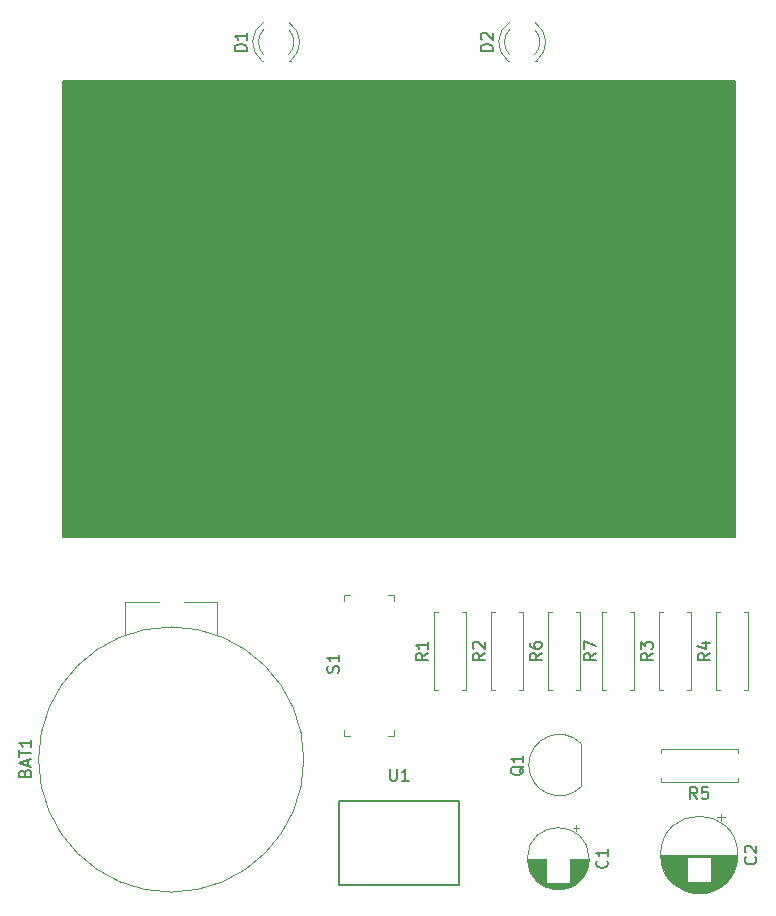
<source format=gbr>
%TF.GenerationSoftware,KiCad,Pcbnew,(6.0.7)*%
%TF.CreationDate,2022-09-19T10:22:26-04:00*%
%TF.ProjectId,proj_2,70726f6a-5f32-42e6-9b69-6361645f7063,rev?*%
%TF.SameCoordinates,Original*%
%TF.FileFunction,Legend,Top*%
%TF.FilePolarity,Positive*%
%FSLAX46Y46*%
G04 Gerber Fmt 4.6, Leading zero omitted, Abs format (unit mm)*
G04 Created by KiCad (PCBNEW (6.0.7)) date 2022-09-19 10:22:26*
%MOMM*%
%LPD*%
G01*
G04 APERTURE LIST*
%ADD10C,0.150000*%
%ADD11C,0.120000*%
%ADD12C,0.100000*%
%ADD13C,0.203200*%
G04 APERTURE END LIST*
D10*
X113792000Y-36322000D02*
X170688000Y-36322000D01*
X170688000Y-36322000D02*
X170688000Y-74930000D01*
X170688000Y-74930000D02*
X113792000Y-74930000D01*
X113792000Y-74930000D02*
X113792000Y-36322000D01*
%TO.C,R5*%
X167473333Y-97094380D02*
X167140000Y-96618190D01*
X166901904Y-97094380D02*
X166901904Y-96094380D01*
X167282857Y-96094380D01*
X167378095Y-96142000D01*
X167425714Y-96189619D01*
X167473333Y-96284857D01*
X167473333Y-96427714D01*
X167425714Y-96522952D01*
X167378095Y-96570571D01*
X167282857Y-96618190D01*
X166901904Y-96618190D01*
X168378095Y-96094380D02*
X167901904Y-96094380D01*
X167854285Y-96570571D01*
X167901904Y-96522952D01*
X167997142Y-96475333D01*
X168235238Y-96475333D01*
X168330476Y-96522952D01*
X168378095Y-96570571D01*
X168425714Y-96665809D01*
X168425714Y-96903904D01*
X168378095Y-96999142D01*
X168330476Y-97046761D01*
X168235238Y-97094380D01*
X167997142Y-97094380D01*
X167901904Y-97046761D01*
X167854285Y-96999142D01*
%TO.C,R6*%
X154292380Y-84748666D02*
X153816190Y-85082000D01*
X154292380Y-85320095D02*
X153292380Y-85320095D01*
X153292380Y-84939142D01*
X153340000Y-84843904D01*
X153387619Y-84796285D01*
X153482857Y-84748666D01*
X153625714Y-84748666D01*
X153720952Y-84796285D01*
X153768571Y-84843904D01*
X153816190Y-84939142D01*
X153816190Y-85320095D01*
X153292380Y-83891523D02*
X153292380Y-84082000D01*
X153340000Y-84177238D01*
X153387619Y-84224857D01*
X153530476Y-84320095D01*
X153720952Y-84367714D01*
X154101904Y-84367714D01*
X154197142Y-84320095D01*
X154244761Y-84272476D01*
X154292380Y-84177238D01*
X154292380Y-83986761D01*
X154244761Y-83891523D01*
X154197142Y-83843904D01*
X154101904Y-83796285D01*
X153863809Y-83796285D01*
X153768571Y-83843904D01*
X153720952Y-83891523D01*
X153673333Y-83986761D01*
X153673333Y-84177238D01*
X153720952Y-84272476D01*
X153768571Y-84320095D01*
X153863809Y-84367714D01*
%TO.C,C1*%
X159809142Y-102319554D02*
X159856761Y-102367173D01*
X159904380Y-102510030D01*
X159904380Y-102605268D01*
X159856761Y-102748126D01*
X159761523Y-102843364D01*
X159666285Y-102890983D01*
X159475809Y-102938602D01*
X159332952Y-102938602D01*
X159142476Y-102890983D01*
X159047238Y-102843364D01*
X158952000Y-102748126D01*
X158904380Y-102605268D01*
X158904380Y-102510030D01*
X158952000Y-102367173D01*
X158999619Y-102319554D01*
X159904380Y-101367173D02*
X159904380Y-101938602D01*
X159904380Y-101652888D02*
X158904380Y-101652888D01*
X159047238Y-101748126D01*
X159142476Y-101843364D01*
X159190095Y-101938602D01*
%TO.C,R7*%
X158864380Y-84748666D02*
X158388190Y-85082000D01*
X158864380Y-85320095D02*
X157864380Y-85320095D01*
X157864380Y-84939142D01*
X157912000Y-84843904D01*
X157959619Y-84796285D01*
X158054857Y-84748666D01*
X158197714Y-84748666D01*
X158292952Y-84796285D01*
X158340571Y-84843904D01*
X158388190Y-84939142D01*
X158388190Y-85320095D01*
X157864380Y-84415333D02*
X157864380Y-83748666D01*
X158864380Y-84177238D01*
%TO.C,BAT1*%
X110558271Y-94917425D02*
X110605890Y-94774568D01*
X110653509Y-94726949D01*
X110748747Y-94679330D01*
X110891604Y-94679330D01*
X110986842Y-94726949D01*
X111034461Y-94774568D01*
X111082080Y-94869806D01*
X111082080Y-95250759D01*
X110082080Y-95250759D01*
X110082080Y-94917425D01*
X110129700Y-94822187D01*
X110177319Y-94774568D01*
X110272557Y-94726949D01*
X110367795Y-94726949D01*
X110463033Y-94774568D01*
X110510652Y-94822187D01*
X110558271Y-94917425D01*
X110558271Y-95250759D01*
X110796366Y-94298378D02*
X110796366Y-93822187D01*
X111082080Y-94393616D02*
X110082080Y-94060282D01*
X111082080Y-93726949D01*
X110082080Y-93536473D02*
X110082080Y-92965044D01*
X111082080Y-93250759D02*
X110082080Y-93250759D01*
X111082080Y-92107901D02*
X111082080Y-92679330D01*
X111082080Y-92393616D02*
X110082080Y-92393616D01*
X110224938Y-92488854D01*
X110320176Y-92584092D01*
X110367795Y-92679330D01*
%TO.C,R1*%
X144640380Y-84748666D02*
X144164190Y-85082000D01*
X144640380Y-85320095D02*
X143640380Y-85320095D01*
X143640380Y-84939142D01*
X143688000Y-84843904D01*
X143735619Y-84796285D01*
X143830857Y-84748666D01*
X143973714Y-84748666D01*
X144068952Y-84796285D01*
X144116571Y-84843904D01*
X144164190Y-84939142D01*
X144164190Y-85320095D01*
X144640380Y-83796285D02*
X144640380Y-84367714D01*
X144640380Y-84082000D02*
X143640380Y-84082000D01*
X143783238Y-84177238D01*
X143878476Y-84272476D01*
X143926095Y-84367714D01*
%TO.C,Q1*%
X152795619Y-94329238D02*
X152748000Y-94424476D01*
X152652761Y-94519714D01*
X152509904Y-94662571D01*
X152462285Y-94757809D01*
X152462285Y-94853047D01*
X152700380Y-94805428D02*
X152652761Y-94900666D01*
X152557523Y-94995904D01*
X152367047Y-95043523D01*
X152033714Y-95043523D01*
X151843238Y-94995904D01*
X151748000Y-94900666D01*
X151700380Y-94805428D01*
X151700380Y-94614952D01*
X151748000Y-94519714D01*
X151843238Y-94424476D01*
X152033714Y-94376857D01*
X152367047Y-94376857D01*
X152557523Y-94424476D01*
X152652761Y-94519714D01*
X152700380Y-94614952D01*
X152700380Y-94805428D01*
X152700380Y-93424476D02*
X152700380Y-93995904D01*
X152700380Y-93710190D02*
X151700380Y-93710190D01*
X151843238Y-93805428D01*
X151938476Y-93900666D01*
X151986095Y-93995904D01*
%TO.C,D2*%
X150146380Y-33763095D02*
X149146380Y-33763095D01*
X149146380Y-33525000D01*
X149194000Y-33382142D01*
X149289238Y-33286904D01*
X149384476Y-33239285D01*
X149574952Y-33191666D01*
X149717809Y-33191666D01*
X149908285Y-33239285D01*
X150003523Y-33286904D01*
X150098761Y-33382142D01*
X150146380Y-33525000D01*
X150146380Y-33763095D01*
X149241619Y-32810714D02*
X149194000Y-32763095D01*
X149146380Y-32667857D01*
X149146380Y-32429761D01*
X149194000Y-32334523D01*
X149241619Y-32286904D01*
X149336857Y-32239285D01*
X149432095Y-32239285D01*
X149574952Y-32286904D01*
X150146380Y-32858333D01*
X150146380Y-32239285D01*
%TO.C,R4*%
X168516380Y-84748666D02*
X168040190Y-85082000D01*
X168516380Y-85320095D02*
X167516380Y-85320095D01*
X167516380Y-84939142D01*
X167564000Y-84843904D01*
X167611619Y-84796285D01*
X167706857Y-84748666D01*
X167849714Y-84748666D01*
X167944952Y-84796285D01*
X167992571Y-84843904D01*
X168040190Y-84939142D01*
X168040190Y-85320095D01*
X167849714Y-83891523D02*
X168516380Y-83891523D01*
X167468761Y-84129619D02*
X168183047Y-84367714D01*
X168183047Y-83748666D01*
%TO.C,D1*%
X129318380Y-33763095D02*
X128318380Y-33763095D01*
X128318380Y-33525000D01*
X128366000Y-33382142D01*
X128461238Y-33286904D01*
X128556476Y-33239285D01*
X128746952Y-33191666D01*
X128889809Y-33191666D01*
X129080285Y-33239285D01*
X129175523Y-33286904D01*
X129270761Y-33382142D01*
X129318380Y-33525000D01*
X129318380Y-33763095D01*
X129318380Y-32239285D02*
X129318380Y-32810714D01*
X129318380Y-32525000D02*
X128318380Y-32525000D01*
X128461238Y-32620238D01*
X128556476Y-32715476D01*
X128604095Y-32810714D01*
%TO.C,U1*%
X141478095Y-94575380D02*
X141478095Y-95384904D01*
X141525714Y-95480142D01*
X141573333Y-95527761D01*
X141668571Y-95575380D01*
X141859047Y-95575380D01*
X141954285Y-95527761D01*
X142001904Y-95480142D01*
X142049523Y-95384904D01*
X142049523Y-94575380D01*
X143049523Y-95575380D02*
X142478095Y-95575380D01*
X142763809Y-95575380D02*
X142763809Y-94575380D01*
X142668571Y-94718238D01*
X142573333Y-94813476D01*
X142478095Y-94861095D01*
%TO.C,S1*%
X137084761Y-86409904D02*
X137132380Y-86267047D01*
X137132380Y-86028952D01*
X137084761Y-85933714D01*
X137037142Y-85886095D01*
X136941904Y-85838476D01*
X136846666Y-85838476D01*
X136751428Y-85886095D01*
X136703809Y-85933714D01*
X136656190Y-86028952D01*
X136608571Y-86219428D01*
X136560952Y-86314666D01*
X136513333Y-86362285D01*
X136418095Y-86409904D01*
X136322857Y-86409904D01*
X136227619Y-86362285D01*
X136180000Y-86314666D01*
X136132380Y-86219428D01*
X136132380Y-85981333D01*
X136180000Y-85838476D01*
X137132380Y-84886095D02*
X137132380Y-85457523D01*
X137132380Y-85171809D02*
X136132380Y-85171809D01*
X136275238Y-85267047D01*
X136370476Y-85362285D01*
X136418095Y-85457523D01*
%TO.C,C2*%
X172397142Y-102000666D02*
X172444761Y-102048285D01*
X172492380Y-102191142D01*
X172492380Y-102286380D01*
X172444761Y-102429238D01*
X172349523Y-102524476D01*
X172254285Y-102572095D01*
X172063809Y-102619714D01*
X171920952Y-102619714D01*
X171730476Y-102572095D01*
X171635238Y-102524476D01*
X171540000Y-102429238D01*
X171492380Y-102286380D01*
X171492380Y-102191142D01*
X171540000Y-102048285D01*
X171587619Y-102000666D01*
X171587619Y-101619714D02*
X171540000Y-101572095D01*
X171492380Y-101476857D01*
X171492380Y-101238761D01*
X171540000Y-101143523D01*
X171587619Y-101095904D01*
X171682857Y-101048285D01*
X171778095Y-101048285D01*
X171920952Y-101095904D01*
X172492380Y-101667333D01*
X172492380Y-101048285D01*
%TO.C,R2*%
X149466380Y-84748666D02*
X148990190Y-85082000D01*
X149466380Y-85320095D02*
X148466380Y-85320095D01*
X148466380Y-84939142D01*
X148514000Y-84843904D01*
X148561619Y-84796285D01*
X148656857Y-84748666D01*
X148799714Y-84748666D01*
X148894952Y-84796285D01*
X148942571Y-84843904D01*
X148990190Y-84939142D01*
X148990190Y-85320095D01*
X148561619Y-84367714D02*
X148514000Y-84320095D01*
X148466380Y-84224857D01*
X148466380Y-83986761D01*
X148514000Y-83891523D01*
X148561619Y-83843904D01*
X148656857Y-83796285D01*
X148752095Y-83796285D01*
X148894952Y-83843904D01*
X149466380Y-84415333D01*
X149466380Y-83796285D01*
%TO.C,R3*%
X163690380Y-84748666D02*
X163214190Y-85082000D01*
X163690380Y-85320095D02*
X162690380Y-85320095D01*
X162690380Y-84939142D01*
X162738000Y-84843904D01*
X162785619Y-84796285D01*
X162880857Y-84748666D01*
X163023714Y-84748666D01*
X163118952Y-84796285D01*
X163166571Y-84843904D01*
X163214190Y-84939142D01*
X163214190Y-85320095D01*
X162690380Y-84415333D02*
X162690380Y-83796285D01*
X163071333Y-84129619D01*
X163071333Y-83986761D01*
X163118952Y-83891523D01*
X163166571Y-83843904D01*
X163261809Y-83796285D01*
X163499904Y-83796285D01*
X163595142Y-83843904D01*
X163642761Y-83891523D01*
X163690380Y-83986761D01*
X163690380Y-84272476D01*
X163642761Y-84367714D01*
X163595142Y-84415333D01*
D11*
%TO.C,R5*%
X170910000Y-92902000D02*
X164370000Y-92902000D01*
X164370000Y-92902000D02*
X164370000Y-93232000D01*
X164370000Y-95642000D02*
X164370000Y-95312000D01*
X170910000Y-93232000D02*
X170910000Y-92902000D01*
X170910000Y-95312000D02*
X170910000Y-95642000D01*
X170910000Y-95642000D02*
X164370000Y-95642000D01*
%TO.C,R6*%
X157250000Y-87852000D02*
X157580000Y-87852000D01*
X157580000Y-81312000D02*
X157250000Y-81312000D01*
X154840000Y-87852000D02*
X154840000Y-81312000D01*
X157580000Y-87852000D02*
X157580000Y-81312000D01*
X154840000Y-81312000D02*
X155170000Y-81312000D01*
X155170000Y-87852000D02*
X154840000Y-87852000D01*
%TO.C,C1*%
X154662000Y-102312888D02*
X153126000Y-102312888D01*
X157177000Y-99348113D02*
X157177000Y-99848113D01*
X156379000Y-104673888D02*
X155025000Y-104673888D01*
X157767000Y-103713888D02*
X156742000Y-103713888D01*
X154662000Y-102993888D02*
X153260000Y-102993888D01*
X156800000Y-104513888D02*
X154604000Y-104513888D01*
X154662000Y-103673888D02*
X153607000Y-103673888D01*
X158116000Y-103073888D02*
X156742000Y-103073888D01*
X157445000Y-104073888D02*
X156742000Y-104073888D01*
X156617000Y-104593888D02*
X154787000Y-104593888D01*
X154662000Y-103473888D02*
X153478000Y-103473888D01*
X154662000Y-102592888D02*
X153159000Y-102592888D01*
X154662000Y-103273888D02*
X153373000Y-103273888D01*
X158230000Y-102672888D02*
X156742000Y-102672888D01*
X154662000Y-104033888D02*
X153917000Y-104033888D01*
X154662000Y-102552888D02*
X153152000Y-102552888D01*
X158050000Y-103233888D02*
X156742000Y-103233888D01*
X157355000Y-104153888D02*
X156742000Y-104153888D01*
X154662000Y-103793888D02*
X153698000Y-103793888D01*
X156507000Y-104633888D02*
X154897000Y-104633888D01*
X154662000Y-103433888D02*
X153455000Y-103433888D01*
X158275000Y-102352888D02*
X156742000Y-102352888D01*
X158271000Y-102392888D02*
X156742000Y-102392888D01*
X154662000Y-103513888D02*
X153502000Y-103513888D01*
X156220000Y-104713888D02*
X155184000Y-104713888D01*
X154662000Y-103153888D02*
X153320000Y-103153888D01*
X158267000Y-102432888D02*
X156742000Y-102432888D01*
X158203000Y-102792888D02*
X156742000Y-102792888D01*
X158222000Y-102712888D02*
X156742000Y-102712888D01*
X154662000Y-103033888D02*
X153274000Y-103033888D01*
X157877000Y-103553888D02*
X156742000Y-103553888D01*
X157902000Y-103513888D02*
X156742000Y-103513888D01*
X156880000Y-104473888D02*
X154524000Y-104473888D01*
X158193000Y-102832888D02*
X156742000Y-102832888D01*
X157737000Y-103753888D02*
X156742000Y-103753888D01*
X157021000Y-104393888D02*
X154383000Y-104393888D01*
X154662000Y-103633888D02*
X153580000Y-103633888D01*
X157202000Y-104273888D02*
X154202000Y-104273888D01*
X157970000Y-103393888D02*
X156742000Y-103393888D01*
X154662000Y-102232888D02*
X153123000Y-102232888D01*
X154662000Y-103233888D02*
X153354000Y-103233888D01*
X154662000Y-103193888D02*
X153337000Y-103193888D01*
X158278000Y-102312888D02*
X156742000Y-102312888D01*
X157427000Y-99598113D02*
X156927000Y-99598113D01*
X154662000Y-102352888D02*
X153129000Y-102352888D01*
X154662000Y-103113888D02*
X153304000Y-103113888D01*
X157256000Y-104233888D02*
X154148000Y-104233888D01*
X154662000Y-103313888D02*
X153392000Y-103313888D01*
X154662000Y-102752888D02*
X153191000Y-102752888D01*
X158281000Y-102232888D02*
X156742000Y-102232888D01*
X154662000Y-102953888D02*
X153247000Y-102953888D01*
X154662000Y-103833888D02*
X153731000Y-103833888D01*
X158245000Y-102592888D02*
X156742000Y-102592888D01*
X158258000Y-102512888D02*
X156742000Y-102512888D01*
X157851000Y-103593888D02*
X156742000Y-103593888D01*
X158130000Y-103033888D02*
X156742000Y-103033888D01*
X154662000Y-103393888D02*
X153434000Y-103393888D01*
X154662000Y-102792888D02*
X153201000Y-102792888D01*
X154662000Y-103953888D02*
X153838000Y-103953888D01*
X157085000Y-104353888D02*
X154319000Y-104353888D01*
X154662000Y-103873888D02*
X153765000Y-103873888D01*
X158012000Y-103313888D02*
X156742000Y-103313888D01*
X158252000Y-102552888D02*
X156742000Y-102552888D01*
X154662000Y-103353888D02*
X153412000Y-103353888D01*
X154662000Y-102152888D02*
X153122000Y-102152888D01*
X154662000Y-103073888D02*
X153288000Y-103073888D01*
X157706000Y-103793888D02*
X156742000Y-103793888D01*
X154662000Y-102272888D02*
X153124000Y-102272888D01*
X157824000Y-103633888D02*
X156742000Y-103633888D01*
X154662000Y-102192888D02*
X153122000Y-102192888D01*
X154662000Y-102913888D02*
X153234000Y-102913888D01*
X154662000Y-102873888D02*
X153222000Y-102873888D01*
X156713000Y-104553888D02*
X154691000Y-104553888D01*
X154662000Y-103553888D02*
X153527000Y-103553888D01*
X158282000Y-102152888D02*
X156742000Y-102152888D01*
X154662000Y-102672888D02*
X153174000Y-102672888D01*
X158182000Y-102873888D02*
X156742000Y-102873888D01*
X158213000Y-102752888D02*
X156742000Y-102752888D01*
X154662000Y-103993888D02*
X153876000Y-103993888D01*
X154662000Y-102512888D02*
X153146000Y-102512888D01*
X158100000Y-103113888D02*
X156742000Y-103113888D01*
X155986000Y-104753888D02*
X155418000Y-104753888D01*
X157566000Y-103953888D02*
X156742000Y-103953888D01*
X158031000Y-103273888D02*
X156742000Y-103273888D01*
X157487000Y-104033888D02*
X156742000Y-104033888D01*
X157307000Y-104193888D02*
X154097000Y-104193888D01*
X157949000Y-103433888D02*
X156742000Y-103433888D01*
X158084000Y-103153888D02*
X156742000Y-103153888D01*
X158282000Y-102192888D02*
X156742000Y-102192888D01*
X158238000Y-102632888D02*
X156742000Y-102632888D01*
X158144000Y-102993888D02*
X156742000Y-102993888D01*
X157401000Y-104113888D02*
X156742000Y-104113888D01*
X157797000Y-103673888D02*
X156742000Y-103673888D01*
X158170000Y-102913888D02*
X156742000Y-102913888D01*
X157639000Y-103873888D02*
X156742000Y-103873888D01*
X157528000Y-103993888D02*
X156742000Y-103993888D01*
X154662000Y-104073888D02*
X153959000Y-104073888D01*
X158263000Y-102472888D02*
X156742000Y-102472888D01*
X154662000Y-104113888D02*
X154003000Y-104113888D01*
X157926000Y-103473888D02*
X156742000Y-103473888D01*
X154662000Y-102392888D02*
X153133000Y-102392888D01*
X154662000Y-102712888D02*
X153182000Y-102712888D01*
X157992000Y-103353888D02*
X156742000Y-103353888D01*
X157673000Y-103833888D02*
X156742000Y-103833888D01*
X154662000Y-103593888D02*
X153553000Y-103593888D01*
X158280000Y-102272888D02*
X156742000Y-102272888D01*
X154662000Y-102432888D02*
X153137000Y-102432888D01*
X157145000Y-104313888D02*
X154259000Y-104313888D01*
X154662000Y-102472888D02*
X153141000Y-102472888D01*
X154662000Y-103713888D02*
X153637000Y-103713888D01*
X158157000Y-102953888D02*
X156742000Y-102953888D01*
X158067000Y-103193888D02*
X156742000Y-103193888D01*
X154662000Y-102832888D02*
X153211000Y-102832888D01*
X154662000Y-102632888D02*
X153166000Y-102632888D01*
X157603000Y-103913888D02*
X156742000Y-103913888D01*
X154662000Y-104153888D02*
X154049000Y-104153888D01*
X156953000Y-104433888D02*
X154451000Y-104433888D01*
X154662000Y-103753888D02*
X153667000Y-103753888D01*
X154662000Y-103913888D02*
X153801000Y-103913888D01*
X158322000Y-102152888D02*
G75*
G03*
X158322000Y-102152888I-2620000J0D01*
G01*
%TO.C,R7*%
X162152000Y-81312000D02*
X161822000Y-81312000D01*
X159742000Y-87852000D02*
X159412000Y-87852000D01*
X159412000Y-81312000D02*
X159742000Y-81312000D01*
X161822000Y-87852000D02*
X162152000Y-87852000D01*
X159412000Y-87852000D02*
X159412000Y-81312000D01*
X162152000Y-87852000D02*
X162152000Y-81312000D01*
D12*
%TO.C,BAT1*%
X126847600Y-83197700D02*
X126847600Y-80454500D01*
X119024400Y-83197700D02*
X119024400Y-80454500D01*
X119024400Y-80454500D02*
X121869200Y-80454500D01*
X126847600Y-80454500D02*
X124002800Y-80454500D01*
X134162800Y-93764100D02*
G75*
G03*
X134162800Y-93764100I-11226800J0D01*
G01*
D11*
%TO.C,R1*%
X145188000Y-87852000D02*
X145188000Y-81312000D01*
X147928000Y-87852000D02*
X147928000Y-81312000D01*
X147598000Y-87852000D02*
X147928000Y-87852000D01*
X147928000Y-81312000D02*
X147598000Y-81312000D01*
X145518000Y-87852000D02*
X145188000Y-87852000D01*
X145188000Y-81312000D02*
X145518000Y-81312000D01*
%TO.C,Q1*%
X157658000Y-96034000D02*
X157658000Y-92434000D01*
X153207999Y-94234000D02*
G75*
G03*
X157646478Y-96072478I2600001J0D01*
G01*
X157646478Y-92395522D02*
G75*
G03*
X153208000Y-94234000I-1838478J-1838478D01*
G01*
%TO.C,D2*%
X153734000Y-34585000D02*
X153890000Y-34585000D01*
X151418000Y-34585000D02*
X151574000Y-34585000D01*
X153889516Y-34585000D02*
G75*
G03*
X153732608Y-31352665I-1235516J1560000D01*
G01*
X151574163Y-31983870D02*
G75*
G03*
X151574000Y-34065961I1079837J-1041130D01*
G01*
X153734000Y-34065961D02*
G75*
G03*
X153733837Y-31983870I-1080000J1040961D01*
G01*
X151575392Y-31352665D02*
G75*
G03*
X151418484Y-34585000I1078608J-1672335D01*
G01*
%TO.C,R4*%
X171804000Y-81312000D02*
X171474000Y-81312000D01*
X169064000Y-81312000D02*
X169394000Y-81312000D01*
X169394000Y-87852000D02*
X169064000Y-87852000D01*
X169064000Y-87852000D02*
X169064000Y-81312000D01*
X171804000Y-87852000D02*
X171804000Y-81312000D01*
X171474000Y-87852000D02*
X171804000Y-87852000D01*
%TO.C,D1*%
X132906000Y-34585000D02*
X133062000Y-34585000D01*
X130590000Y-34585000D02*
X130746000Y-34585000D01*
X130747392Y-31352665D02*
G75*
G03*
X130590484Y-34585000I1078608J-1672335D01*
G01*
X130746163Y-31983870D02*
G75*
G03*
X130746000Y-34065961I1079837J-1041130D01*
G01*
X132906000Y-34065961D02*
G75*
G03*
X132905837Y-31983870I-1080000J1040961D01*
G01*
X133061516Y-34585000D02*
G75*
G03*
X132904608Y-31352665I-1235516J1560000D01*
G01*
D13*
%TO.C,U1*%
X147320000Y-104394000D02*
X147320000Y-97282000D01*
X137160000Y-104394000D02*
X147320000Y-104394000D01*
X147320000Y-97282000D02*
X137160000Y-97282000D01*
X137160000Y-97282000D02*
X137160000Y-104394000D01*
D12*
%TO.C,S1*%
X141800000Y-79838000D02*
X141800000Y-80338000D01*
X137600000Y-91738000D02*
X138100000Y-91738000D01*
X137600000Y-91738000D02*
X137600000Y-91238000D01*
X141800000Y-91738000D02*
X141800000Y-91238000D01*
X141800000Y-79838000D02*
X141300000Y-79838000D01*
X137600000Y-79838000D02*
X137600000Y-80338000D01*
X141800000Y-91738000D02*
X141300000Y-91738000D01*
X137600000Y-79838000D02*
X138100000Y-79838000D01*
D11*
%TO.C,C2*%
X170556000Y-103235000D02*
X168680000Y-103235000D01*
X168902000Y-104835000D02*
X166378000Y-104835000D01*
X170430000Y-103475000D02*
X168680000Y-103475000D01*
X166600000Y-102875000D02*
X164579000Y-102875000D01*
X170714000Y-102835000D02*
X168680000Y-102835000D01*
X170452000Y-103435000D02*
X168680000Y-103435000D01*
X166600000Y-102795000D02*
X164554000Y-102795000D01*
X166600000Y-103475000D02*
X164850000Y-103475000D01*
X166600000Y-103755000D02*
X165033000Y-103755000D01*
X170592000Y-103155000D02*
X168680000Y-103155000D01*
X170868000Y-101954000D02*
X164412000Y-101954000D01*
X166600000Y-102234000D02*
X164434000Y-102234000D01*
X170474000Y-103395000D02*
X168680000Y-103395000D01*
X166600000Y-103795000D02*
X165062000Y-103795000D01*
X166600000Y-102995000D02*
X164622000Y-102995000D01*
X169732000Y-104315000D02*
X165548000Y-104315000D01*
X166600000Y-104035000D02*
X165260000Y-104035000D01*
X169479000Y-98333759D02*
X169479000Y-98963759D01*
X170218000Y-103795000D02*
X168680000Y-103795000D01*
X166600000Y-103435000D02*
X164828000Y-103435000D01*
X166600000Y-103715000D02*
X165004000Y-103715000D01*
X170761000Y-102675000D02*
X168680000Y-102675000D01*
X170673000Y-102955000D02*
X168680000Y-102955000D01*
X169777000Y-104275000D02*
X165503000Y-104275000D01*
X170822000Y-102394000D02*
X168680000Y-102394000D01*
X166600000Y-103195000D02*
X164706000Y-103195000D01*
X170851000Y-102194000D02*
X168680000Y-102194000D01*
X170056000Y-103995000D02*
X168680000Y-103995000D01*
X170156000Y-103875000D02*
X168680000Y-103875000D01*
X170496000Y-103355000D02*
X168680000Y-103355000D01*
X170835000Y-102314000D02*
X168680000Y-102314000D01*
X166600000Y-102314000D02*
X164445000Y-102314000D01*
X169072000Y-104755000D02*
X166208000Y-104755000D01*
X169221000Y-104675000D02*
X166059000Y-104675000D01*
X170642000Y-103035000D02*
X168680000Y-103035000D01*
X170610000Y-103115000D02*
X168680000Y-103115000D01*
X170356000Y-103595000D02*
X168680000Y-103595000D01*
X170815000Y-102434000D02*
X168680000Y-102434000D01*
X166600000Y-102474000D02*
X164473000Y-102474000D01*
X166600000Y-102154000D02*
X164425000Y-102154000D01*
X169416000Y-104555000D02*
X165864000Y-104555000D01*
X169822000Y-104235000D02*
X165458000Y-104235000D01*
X170382000Y-103555000D02*
X168680000Y-103555000D01*
X166600000Y-102675000D02*
X164519000Y-102675000D01*
X170862000Y-102074000D02*
X168680000Y-102074000D01*
X166600000Y-103595000D02*
X164924000Y-103595000D01*
X166600000Y-103115000D02*
X164670000Y-103115000D01*
X166600000Y-102514000D02*
X164481000Y-102514000D01*
X166600000Y-102715000D02*
X164530000Y-102715000D01*
X170771000Y-102635000D02*
X168680000Y-102635000D01*
X166600000Y-103035000D02*
X164638000Y-103035000D01*
X166600000Y-103915000D02*
X165156000Y-103915000D01*
X169354000Y-104595000D02*
X165926000Y-104595000D01*
X170090000Y-103955000D02*
X168680000Y-103955000D01*
X168699000Y-104915000D02*
X166581000Y-104915000D01*
X168580000Y-104955000D02*
X166700000Y-104955000D01*
X166600000Y-102354000D02*
X164451000Y-102354000D01*
X170738000Y-102755000D02*
X168680000Y-102755000D01*
X166600000Y-102635000D02*
X164509000Y-102635000D01*
X169474000Y-104515000D02*
X165806000Y-104515000D01*
X170726000Y-102795000D02*
X168680000Y-102795000D01*
X170867000Y-101994000D02*
X164413000Y-101994000D01*
X170687000Y-102915000D02*
X168680000Y-102915000D01*
X170870000Y-101914000D02*
X164410000Y-101914000D01*
X170247000Y-103755000D02*
X168680000Y-103755000D01*
X166600000Y-103355000D02*
X164784000Y-103355000D01*
X166600000Y-103275000D02*
X164744000Y-103275000D01*
X170750000Y-102715000D02*
X168680000Y-102715000D01*
X169794000Y-98648759D02*
X169164000Y-98648759D01*
X169584000Y-104435000D02*
X165696000Y-104435000D01*
X170701000Y-102875000D02*
X168680000Y-102875000D01*
X166600000Y-103155000D02*
X164688000Y-103155000D01*
X166600000Y-102555000D02*
X164490000Y-102555000D01*
X166600000Y-102595000D02*
X164499000Y-102595000D01*
X170781000Y-102595000D02*
X168680000Y-102595000D01*
X170516000Y-103315000D02*
X168680000Y-103315000D01*
X169530000Y-104475000D02*
X165750000Y-104475000D01*
X170124000Y-103915000D02*
X168680000Y-103915000D01*
X168990000Y-104795000D02*
X166290000Y-104795000D01*
X166600000Y-102835000D02*
X164566000Y-102835000D01*
X169983000Y-104075000D02*
X168680000Y-104075000D01*
X166600000Y-104115000D02*
X165335000Y-104115000D01*
X166600000Y-103515000D02*
X164874000Y-103515000D01*
X168042000Y-105075000D02*
X167238000Y-105075000D01*
X170536000Y-103275000D02*
X168680000Y-103275000D01*
X169945000Y-104115000D02*
X168680000Y-104115000D01*
X166600000Y-102394000D02*
X164458000Y-102394000D01*
X170855000Y-102154000D02*
X168680000Y-102154000D01*
X166600000Y-103075000D02*
X164654000Y-103075000D01*
X170574000Y-103195000D02*
X168680000Y-103195000D01*
X170790000Y-102555000D02*
X168680000Y-102555000D01*
X166600000Y-104075000D02*
X165297000Y-104075000D01*
X170846000Y-102234000D02*
X168680000Y-102234000D01*
X170799000Y-102514000D02*
X168680000Y-102514000D01*
X170304000Y-103675000D02*
X168680000Y-103675000D01*
X166600000Y-102114000D02*
X164422000Y-102114000D01*
X170858000Y-102114000D02*
X168680000Y-102114000D01*
X166600000Y-103955000D02*
X165190000Y-103955000D01*
X170330000Y-103635000D02*
X168680000Y-103635000D01*
X166600000Y-102074000D02*
X164418000Y-102074000D01*
X170020000Y-104035000D02*
X168680000Y-104035000D01*
X169864000Y-104195000D02*
X165416000Y-104195000D01*
X166600000Y-103315000D02*
X164764000Y-103315000D01*
X170807000Y-102474000D02*
X168680000Y-102474000D01*
X170864000Y-102034000D02*
X164416000Y-102034000D01*
X166600000Y-102955000D02*
X164607000Y-102955000D01*
X170626000Y-103075000D02*
X168680000Y-103075000D01*
X170870000Y-101834000D02*
X164410000Y-101834000D01*
X166600000Y-103675000D02*
X164976000Y-103675000D01*
X169684000Y-104355000D02*
X165596000Y-104355000D01*
X166600000Y-103835000D02*
X165092000Y-103835000D01*
X166600000Y-102915000D02*
X164593000Y-102915000D01*
X168273000Y-105035000D02*
X167007000Y-105035000D01*
X166600000Y-103555000D02*
X164898000Y-103555000D01*
X166600000Y-103635000D02*
X164950000Y-103635000D01*
X170829000Y-102354000D02*
X168680000Y-102354000D01*
X166600000Y-103875000D02*
X165124000Y-103875000D01*
X166600000Y-102755000D02*
X164542000Y-102755000D01*
X166600000Y-103395000D02*
X164806000Y-103395000D01*
X169149000Y-104715000D02*
X166131000Y-104715000D01*
X170841000Y-102274000D02*
X168680000Y-102274000D01*
X166600000Y-103995000D02*
X165224000Y-103995000D01*
X166600000Y-102434000D02*
X164465000Y-102434000D01*
X170276000Y-103715000D02*
X168680000Y-103715000D01*
X169290000Y-104635000D02*
X165990000Y-104635000D01*
X168805000Y-104875000D02*
X166475000Y-104875000D01*
X169905000Y-104155000D02*
X165375000Y-104155000D01*
X170406000Y-103515000D02*
X168680000Y-103515000D01*
X166600000Y-102274000D02*
X164439000Y-102274000D01*
X170188000Y-103835000D02*
X168680000Y-103835000D01*
X168442000Y-104995000D02*
X166838000Y-104995000D01*
X170870000Y-101874000D02*
X164410000Y-101874000D01*
X169635000Y-104395000D02*
X165645000Y-104395000D01*
X166600000Y-103235000D02*
X164724000Y-103235000D01*
X166600000Y-102194000D02*
X164429000Y-102194000D01*
X170658000Y-102995000D02*
X168680000Y-102995000D01*
X170910000Y-101834000D02*
G75*
G03*
X170910000Y-101834000I-3270000J0D01*
G01*
%TO.C,R2*%
X150344000Y-87852000D02*
X150014000Y-87852000D01*
X152424000Y-87852000D02*
X152754000Y-87852000D01*
X152754000Y-81312000D02*
X152424000Y-81312000D01*
X150014000Y-87852000D02*
X150014000Y-81312000D01*
X150014000Y-81312000D02*
X150344000Y-81312000D01*
X152754000Y-87852000D02*
X152754000Y-81312000D01*
%TO.C,R3*%
X166648000Y-87852000D02*
X166978000Y-87852000D01*
X164238000Y-87852000D02*
X164238000Y-81312000D01*
X164238000Y-81312000D02*
X164568000Y-81312000D01*
X164568000Y-87852000D02*
X164238000Y-87852000D01*
X166978000Y-87852000D02*
X166978000Y-81312000D01*
X166978000Y-81312000D02*
X166648000Y-81312000D01*
%TD*%
G36*
X170630121Y-36342002D02*
G01*
X170676614Y-36395658D01*
X170688000Y-36448000D01*
X170688000Y-74804000D01*
X170667998Y-74872121D01*
X170614342Y-74918614D01*
X170562000Y-74930000D01*
X113918000Y-74930000D01*
X113849879Y-74909998D01*
X113803386Y-74856342D01*
X113792000Y-74804000D01*
X113792000Y-36448000D01*
X113812002Y-36379879D01*
X113865658Y-36333386D01*
X113918000Y-36322000D01*
X170562000Y-36322000D01*
X170630121Y-36342002D01*
G37*
M02*

</source>
